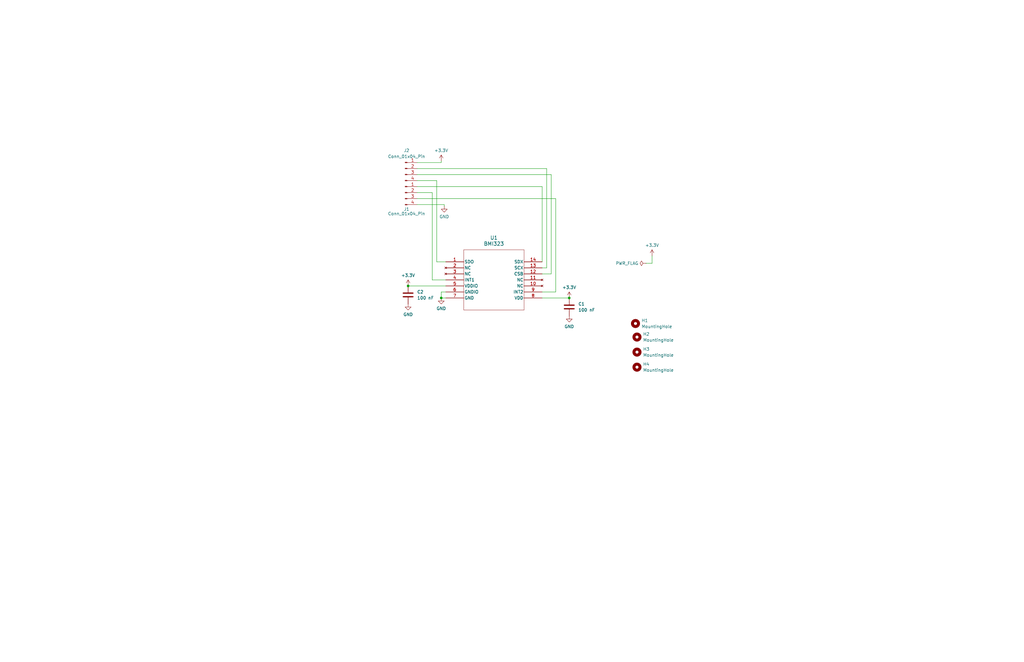
<source format=kicad_sch>
(kicad_sch (version 20230121) (generator eeschema)
  (paper "B")
  (title_block (title "Test sheet") (rev "0.1") (company "satomm@stanford.edu") (comment 1 "Department of Civil and Environmental Engineering") (comment 2 "Engineering Informatics Group") (comment 3 "Stanford University") (comment 4 "Matthew Sato"))
  (lib_symbols
    (symbol "Connector:Conn_01x04_Pin" (pin_names (offset 1.016) hide)
      (property "Reference" "J" (at 0 5.08 0))
      (property "Value" "Conn_01x04_Pin" (at 0 -7.62 0))
      (symbol "Conn_01x04_Pin_1_1"
        (polyline (pts (xy 1.27 -5.08) (xy 0.8636 -5.08)) (stroke (width 0.1524)))
        (polyline (pts (xy 1.27 -2.54) (xy 0.8636 -2.54)) (stroke (width 0.1524)))
        (polyline (pts (xy 1.27 0) (xy 0.8636 0)) (stroke (width 0.1524)))
        (polyline (pts (xy 1.27 2.54) (xy 0.8636 2.54)) (stroke (width 0.1524)))
        (rectangle (start 0.8636 -4.953) (end 0 -5.207) (stroke (width 0.1524)) (fill (type outline)))
        (rectangle (start 0.8636 -2.413) (end 0 -2.667) (stroke (width 0.1524)) (fill (type outline)))
        (rectangle (start 0.8636 0.127) (end 0 -0.127) (stroke (width 0.1524)) (fill (type outline)))
        (rectangle (start 0.8636 2.667) (end 0 2.413) (stroke (width 0.1524)) (fill (type outline)))
        (pin passive line (at 5.08 2.54 180) (length 3.81) (name "Pin_1") (number "1"))
        (pin passive line (at 5.08 0 180) (length 3.81) (name "Pin_2") (number "2"))
        (pin passive line (at 5.08 -2.54 180) (length 3.81) (name "Pin_3") (number "3"))
        (pin passive line (at 5.08 -5.08 180) (length 3.81) (name "Pin_4") (number "4"))
      )
    )
    (symbol "Device:C" (pin_numbers hide) (pin_names (offset 0.254))
      (property "Reference" "C" (at 0.635 2.54 0))
      (property "Value" "C" (at 0.635 -2.54 0))
      (symbol "C_0_1"
        (polyline (pts (xy -2.032 -0.762) (xy 2.032 -0.762)) (stroke (width 0.508)))
        (polyline (pts (xy -2.032 0.762) (xy 2.032 0.762)) (stroke (width 0.508)))
      )
      (symbol "C_1_1"
        (pin passive line (at 0 3.81 270) (length 2.794) (name "~") (number "1"))
        (pin passive line (at 0 -3.81 90) (length 2.794) (name "~") (number "2"))
      )
    )
    (symbol "Mechanical:MountingHole" (pin_names (offset 1.016))
      (property "Reference" "H" (at 0 5.08 0))
      (property "Value" "MountingHole" (at 0 3.175 0))
      (symbol "MountingHole_0_1"
        (circle (center 0 0) (radius 1.27) (stroke (width 1.27)))
      )
    )
    (symbol "matts_library:BMI323" (pin_names (offset 0.254))
      (property "Reference" "U" (at 20.32 10.16 0))
      (property "Value" "BMI323" (at 20.32 7.62 0))
      (symbol "BMI323_0_1"
        (polyline (pts (xy 7.62 -20.32) (xy 33.02 -20.32)) (stroke (width 0.127)))
        (polyline (pts (xy 7.62 5.08) (xy 7.62 -20.32)) (stroke (width 0.127)))
        (polyline (pts (xy 33.02 -20.32) (xy 33.02 5.08)) (stroke (width 0.127)))
        (polyline (pts (xy 33.02 5.08) (xy 7.62 5.08)) (stroke (width 0.127)))
        (pin bidirectional line (at 0 0 0) (length 7.62) (name "SDO") (number "1"))
        (pin no_connect line (at 40.64 -10.16 180) (length 7.62) (name "NC") (number "10"))
        (pin no_connect line (at 40.64 -7.62 180) (length 7.62) (name "NC") (number "11"))
        (pin input line (at 40.64 -5.08 180) (length 7.62) (name "CSB") (number "12"))
        (pin input line (at 40.64 -2.54 180) (length 7.62) (name "SCX") (number "13"))
        (pin bidirectional line (at 40.64 0 180) (length 7.62) (name "SDX") (number "14"))
        (pin no_connect line (at 0 -2.54 0) (length 7.62) (name "NC") (number "2"))
        (pin no_connect line (at 0 -5.08 0) (length 7.62) (name "NC") (number "3"))
        (pin bidirectional line (at 0 -7.62 0) (length 7.62) (name "INT1") (number "4"))
        (pin power_in line (at 0 -10.16 0) (length 7.62) (name "VDDIO") (number "5"))
        (pin power_in line (at 40.64 -15.24 180) (length 7.62) (name "VDD") (number "8"))
        (pin bidirectional line (at 40.64 -12.7 180) (length 7.62) (name "INT2") (number "9"))
      )
      (symbol "BMI323_1_1"
        (pin passive line (at 0 -12.7 0) (length 7.62) (name "GNDIO") (number "6"))
        (pin power_out line (at 0 -15.24 0) (length 7.62) (name "GND") (number "7"))
      )
    )
    (symbol "power:+3.3V" (power) (pin_names (offset 0))
      (property "Value" "+3.3V" (at 0 3.556 0))
      (symbol "+3.3V_0_1"
        (polyline (pts (xy -0.762 1.27) (xy 0 2.54)))
        (polyline (pts (xy 0 0) (xy 0 2.54)))
        (polyline (pts (xy 0 2.54) (xy 0.762 1.27)))
      )
      (symbol "+3.3V_1_1"
        (pin power_in line (at 0 0 90) (length 0) hide (name "+3.3V") (number "1"))
      )
    )
    (symbol "power:GND" (power) (pin_names (offset 0))
      (property "Value" "GND" (at 0 -3.81 0))
      (symbol "GND_0_1"
        (polyline (pts (xy 0 0) (xy 0 -1.27) (xy 1.27 -1.27) (xy 0 -2.54) (xy -1.27 -1.27) (xy 0 -1.27)))
      )
      (symbol "GND_1_1"
        (pin power_in line (at 0 0 270) (length 0) hide (name "GND") (number "1"))
      )
    )
    (symbol "power:PWR_FLAG" (power) (pin_numbers hide) (pin_names (offset 0) hide)
      (property "Value" "PWR_FLAG" (at 0 3.81 0))
      (symbol "PWR_FLAG_0_0"
        (pin power_out line (at 0 0 90) (length 0) (name "pwr") (number "1"))
      )
      (symbol "PWR_FLAG_0_1"
        (polyline (pts (xy 0 0) (xy 0 1.27) (xy -1.016 1.905) (xy 0 2.54) (xy 1.016 1.905) (xy 0 1.27)))
      )
    )
  )
  (junction (at 240.03 125.73))
  (junction (at 172.085 120.65))
  (junction (at 186.055 125.73))
  (wire (pts (xy 175.895 83.82) (xy 234.315 83.82)))
  (wire (pts (xy 182.245 118.11) (xy 182.245 81.28)))
  (wire (pts (xy 228.6 78.74) (xy 228.6 110.49)))
  (wire (pts (xy 228.6 125.73) (xy 240.03 125.73)))
  (wire (pts (xy 175.895 86.36) (xy 187.325 86.36)))
  (wire (pts (xy 175.895 68.58) (xy 186.055 68.58)))
  (wire (pts (xy 172.085 120.65) (xy 187.96 120.65)))
  (wire (pts (xy 186.055 68.58) (xy 186.055 67.945)))
  (wire (pts (xy 232.41 73.66) (xy 175.895 73.66)))
  (wire (pts (xy 175.895 78.74) (xy 228.6 78.74)))
  (wire (pts (xy 186.055 125.73) (xy 187.96 125.73)))
  (wire (pts (xy 182.245 81.28) (xy 175.895 81.28)))
  (wire (pts (xy 232.41 115.57) (xy 232.41 73.66)))
  (wire (pts (xy 187.325 86.36) (xy 187.325 86.995)))
  (wire (pts (xy 274.955 107.95) (xy 274.955 111.125)))
  (wire (pts (xy 184.15 76.2) (xy 184.15 110.49)))
  (wire (pts (xy 230.505 71.12) (xy 230.505 113.03)))
  (wire (pts (xy 234.315 83.82) (xy 234.315 123.19)))
  (wire (pts (xy 234.315 123.19) (xy 228.6 123.19)))
  (wire (pts (xy 186.055 123.19) (xy 186.055 125.73)))
  (wire (pts (xy 187.96 123.19) (xy 186.055 123.19)))
  (wire (pts (xy 184.15 110.49) (xy 187.96 110.49)))
  (wire (pts (xy 228.6 115.57) (xy 232.41 115.57)))
  (wire (pts (xy 187.96 118.11) (xy 182.245 118.11)))
  (wire (pts (xy 175.895 71.12) (xy 230.505 71.12)))
  (wire (pts (xy 175.895 76.2) (xy 184.15 76.2)))
  (wire (pts (xy 274.955 111.125) (xy 272.415 111.125)))
  (wire (pts (xy 230.505 113.03) (xy 228.6 113.03)))
  (symbol (lib_id "matts_library:BMI323") (at 187.96 110.49 0) (unit 1)
    (property "Reference" "U1" (at 208.28 100.33 0) (effects (font (size 1.524 1.524))))
    (property "Value" "BMI323" (at 208.28 102.87 0) (effects (font (size 1.524 1.524))))
    (property "Footprint" "matts_library:BMI323_BOS-M" (effects hide))
    (property "Datasheet" "BMI323" (effects hide))
    (property "Description" "IMU ACCEL/GYRO I2C/SPI 14LGA" (effects hide))
    (property "Mfr" "Bosch" (effects hide))
    (property "Mfr P/N" "BMI323" (effects hide))
    (property "Supplier 1" "Digikey" (effects hide))
    (property "Supplier 1 P/N" "828-BMI323CT-ND" (effects hide))
  )
  (symbol (lib_id "power:PWR_FLAG") (at 272.415 111.125 90) (unit 1)
    (property "Reference" "#FLG01" (effects hide))
    (property "Value" "PWR_FLAG" (at 269.24 111.125 90) (effects (justify left)))
  )
  (symbol (lib_id "Mechanical:MountingHole") (at 268.605 142.24 0) (unit 1)
    (property "Reference" "H2" (at 271.145 140.97 0) (effects (justify left)))
    (property "Value" "MountingHole" (at 271.145 143.51 0) (effects (justify left)))
    (property "Footprint" "MountingHole:MountingHole_3.2mm_M3" (effects hide))
  )
  (symbol (lib_id "Connector:Conn_01x04_Pin") (at 170.815 81.28 0) (unit 1)
    (property "Reference" "J1" (at 171.45 88.265 0))
    (property "Value" "Conn_01x04_Pin" (at 171.45 90.17 0))
    (property "Footprint" "Connector_PinSocket_2.54mm:PinSocket_1x04_P2.54mm_Vertical" (effects hide))
    (property "Datasheet" "https://cdn.amphenol-cs.com/media/wysiwyg/files/drawing/10129378.pdf" (effects hide))
    (property "Description" "CONN HEADER VERT 4POS 2.54MM" (effects hide))
    (property "Mfr" "Amphenol ICC (FCI)" (effects hide))
    (property "Mfr P/N" "10129378-904001BLF" (effects hide))
    (property "Supplier 1" "DigiKey" (effects hide))
    (property "Supplier 1 P/N" "10129378-904001BLF-ND" (effects hide))
  )
  (symbol (lib_id "power:+3.3V") (at 186.055 67.945 0) (unit 1)
    (property "Reference" "#PWR06" (effects hide))
    (property "Value" "+3.3V" (at 186.055 63.5 0))
  )
  (symbol (lib_id "power:GND") (at 172.085 128.27 0) (unit 1)
    (property "Reference" "#PWR04" (effects hide))
    (property "Value" "GND" (at 172.085 132.715 0))
  )
  (symbol (lib_id "power:GND") (at 187.325 86.995 0) (unit 1)
    (property "Reference" "#PWR07" (effects hide))
    (property "Value" "GND" (at 187.325 91.44 0))
  )
  (symbol (lib_id "Mechanical:MountingHole") (at 268.605 148.59 0) (unit 1)
    (property "Reference" "H3" (at 271.145 147.32 0) (effects (justify left)))
    (property "Value" "MountingHole" (at 271.145 149.86 0) (effects (justify left)))
    (property "Footprint" "MountingHole:MountingHole_3.2mm_M3" (effects hide))
  )
  (symbol (lib_id "power:+3.3V") (at 240.03 125.73 0) (unit 1)
    (property "Reference" "#PWR02" (effects hide))
    (property "Value" "+3.3V" (at 240.03 121.285 0))
  )
  (symbol (lib_id "power:GND") (at 186.055 125.73 0) (unit 1)
    (property "Reference" "#PWR01" (effects hide))
    (property "Value" "GND" (at 186.055 130.175 0))
  )
  (symbol (lib_id "power:GND") (at 240.03 133.35 0) (unit 1)
    (property "Reference" "#PWR05" (effects hide))
    (property "Value" "GND" (at 240.03 137.795 0))
  )
  (symbol (lib_id "Device:C") (at 240.03 129.54 0) (unit 1)
    (property "Reference" "C1" (at 243.84 128.27 0) (effects (justify left)))
    (property "Value" "100 nF" (at 243.84 130.81 0) (effects (justify left)))
    (property "Footprint" "Capacitor_SMD:C_0805_2012Metric_Pad1.18x1.45mm_HandSolder" (effects hide))
    (property "Datasheet" "https://mm.digikey.com/Volume0/opasdata/d220001/medias/docus/609/CL21B104KBCNNN_Spec.pdf" (effects hide))
    (property "Description" "CAP CER 0.1UF 50V X7R 0805" (effects hide))
    (property "Mfr" "Samsung Electro-Mechanics" (effects hide))
    (property "Mfr P/N" "CL21B104KBCNNNC" (effects hide))
    (property "Supplier 1" "DigiKey" (effects hide))
    (property "Supplier 1 P/N" "1276-1003-1-ND" (effects hide))
  )
  (symbol (lib_id "Mechanical:MountingHole") (at 267.97 136.525 0) (unit 1)
    (property "Reference" "H1" (at 270.51 135.255 0) (effects (justify left)))
    (property "Value" "MountingHole" (at 270.51 137.795 0) (effects (justify left)))
    (property "Footprint" "MountingHole:MountingHole_3.2mm_M3" (effects hide))
  )
  (symbol (lib_id "Device:C") (at 172.085 124.46 0) (unit 1)
    (property "Reference" "C2" (at 175.895 123.19 0) (effects (justify left)))
    (property "Value" "100 nF" (at 175.895 125.73 0) (effects (justify left)))
    (property "Footprint" "Capacitor_SMD:C_0805_2012Metric_Pad1.18x1.45mm_HandSolder" (effects hide))
    (property "Datasheet" "https://mm.digikey.com/Volume0/opasdata/d220001/medias/docus/609/CL21B104KBCNNN_Spec.pdf" (effects hide))
    (property "Description" "CAP CER 0.1UF 50V X7R 0805" (effects hide))
    (property "Mfr" "Samsung Electro-Mechanics" (effects hide))
    (property "Mfr P/N" "CL21B104KBCNNNC" (effects hide))
    (property "Supplier 1" "DigiKey" (effects hide))
    (property "Supplier 1 P/N" "1276-1003-1-ND" (effects hide))
  )
  (symbol (lib_id "Mechanical:MountingHole") (at 268.605 154.94 0) (unit 1)
    (property "Reference" "H4" (at 271.145 153.67 0) (effects (justify left)))
    (property "Value" "MountingHole" (at 271.145 156.21 0) (effects (justify left)))
    (property "Footprint" "MountingHole:MountingHole_3.2mm_M3" (effects hide))
  )
  (symbol (lib_id "power:+3.3V") (at 172.085 120.65 0) (unit 1)
    (property "Reference" "#PWR03" (effects hide))
    (property "Value" "+3.3V" (at 172.085 116.205 0))
  )
  (symbol (lib_id "Connector:Conn_01x04_Pin") (at 170.815 71.12 0) (unit 1)
    (property "Reference" "J2" (at 171.45 63.5 0))
    (property "Value" "Conn_01x04_Pin" (at 171.45 66.04 0))
    (property "Footprint" "Connector_PinSocket_2.54mm:PinSocket_1x04_P2.54mm_Vertical" (effects hide))
    (property "Datasheet" "https://cdn.amphenol-cs.com/media/wysiwyg/files/drawing/10129378.pdf" (effects hide))
    (property "Description" "CONN HEADER VERT 4POS 2.54MM" (effects hide))
    (property "Mfr" "Amphenol ICC (FCI)" (effects hide))
    (property "Mfr P/N" "10129378-904001BLF" (effects hide))
    (property "Supplier 1" "DigiKey" (effects hide))
    (property "Supplier 1 P/N" "10129378-904001BLF-ND" (effects hide))
  )
  (symbol (lib_id "power:+3.3V") (at 274.955 107.95 0) (unit 1)
    (property "Reference" "#PWR08" (effects hide))
    (property "Value" "+3.3V" (at 274.955 103.505 0))
  )
)
</source>
